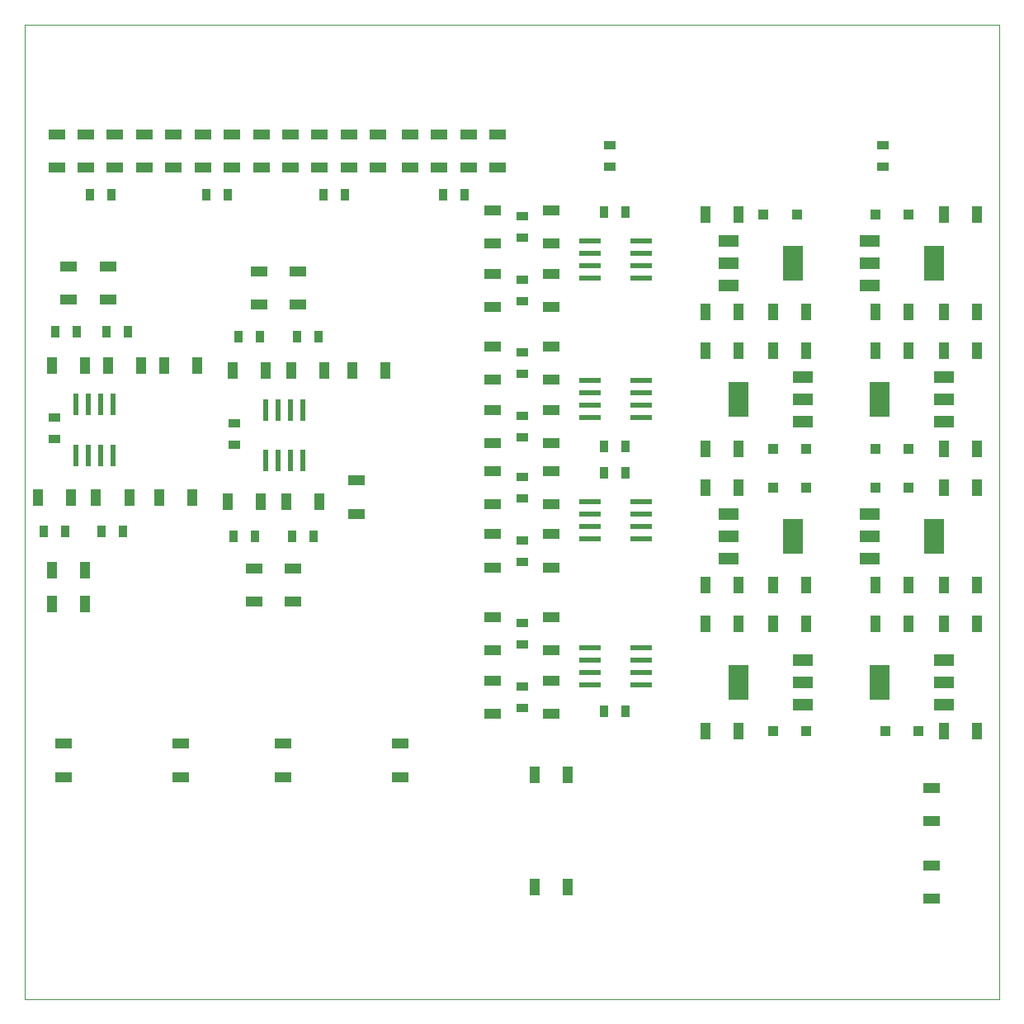
<source format=gtp>
G04 #@! TF.FileFunction,Paste,Top*
%FSLAX46Y46*%
G04 Gerber Fmt 4.6, Leading zero omitted, Abs format (unit mm)*
G04 Created by KiCad (PCBNEW 4.0.5) date 03/22/17 12:09:14*
%MOMM*%
%LPD*%
G01*
G04 APERTURE LIST*
%ADD10C,0.150000*%
%ADD11C,0.100000*%
%ADD12R,2.000000X3.600000*%
%ADD13R,2.000000X1.200000*%
%ADD14R,2.200000X0.600000*%
%ADD15R,0.600000X2.200000*%
%ADD16R,1.100000X1.700000*%
%ADD17R,1.700000X1.100000*%
%ADD18R,1.000000X1.000000*%
%ADD19R,1.300000X0.900000*%
%ADD20R,0.900000X1.300000*%
G04 APERTURE END LIST*
D10*
D11*
X0Y100000000D02*
X100000000Y100000000D01*
X15000000Y0D02*
X0Y0D01*
X100000000Y0D02*
X15000000Y0D01*
X100000000Y100000000D02*
X100000000Y0D01*
X0Y0D02*
X0Y100000000D01*
D12*
X73198000Y32500000D03*
D13*
X79802000Y32500000D03*
X79802000Y34786000D03*
X79802000Y30214000D03*
D12*
X73198000Y61500000D03*
D13*
X79802000Y61500000D03*
X79802000Y63786000D03*
X79802000Y59214000D03*
D12*
X87698000Y32500000D03*
D13*
X94302000Y32500000D03*
X94302000Y34786000D03*
X94302000Y30214000D03*
D12*
X87698000Y61500000D03*
D13*
X94302000Y61500000D03*
X94302000Y63786000D03*
X94302000Y59214000D03*
D12*
X93302000Y47500000D03*
D13*
X86698000Y47500000D03*
X86698000Y45214000D03*
X86698000Y49786000D03*
D12*
X93302000Y75500000D03*
D13*
X86698000Y75500000D03*
X86698000Y73214000D03*
X86698000Y77786000D03*
D12*
X78802000Y47500000D03*
D13*
X72198000Y47500000D03*
X72198000Y45214000D03*
X72198000Y49786000D03*
D12*
X78802000Y75500000D03*
D13*
X72198000Y75500000D03*
X72198000Y73214000D03*
X72198000Y77786000D03*
D14*
X58000000Y36040000D03*
X58000000Y34770000D03*
X58000000Y33500000D03*
X58000000Y32230000D03*
X63200000Y32230000D03*
X63200000Y33500000D03*
X63200000Y34770000D03*
X63200000Y36040000D03*
X58000000Y63520000D03*
X58000000Y62250000D03*
X58000000Y60980000D03*
X58000000Y59710000D03*
X63200000Y59710000D03*
X63200000Y60980000D03*
X63200000Y62250000D03*
X63200000Y63520000D03*
X58000000Y51040000D03*
X58000000Y49770000D03*
X58000000Y48500000D03*
X58000000Y47230000D03*
X63200000Y47230000D03*
X63200000Y48500000D03*
X63200000Y49770000D03*
X63200000Y51040000D03*
X58000000Y77790000D03*
X58000000Y76520000D03*
X58000000Y75250000D03*
X58000000Y73980000D03*
X63200000Y73980000D03*
X63200000Y75250000D03*
X63200000Y76520000D03*
X63200000Y77790000D03*
D15*
X9040000Y61000000D03*
X7770000Y61000000D03*
X6500000Y61000000D03*
X5230000Y61000000D03*
X5230000Y55800000D03*
X6500000Y55800000D03*
X7770000Y55800000D03*
X9040000Y55800000D03*
X28540000Y60450000D03*
X27270000Y60450000D03*
X26000000Y60450000D03*
X24730000Y60450000D03*
X24730000Y55250000D03*
X26000000Y55250000D03*
X27270000Y55250000D03*
X28540000Y55250000D03*
D16*
X73200000Y27500000D03*
X69800000Y27500000D03*
X73200000Y56500000D03*
X69800000Y56500000D03*
D17*
X48000000Y35800000D03*
X48000000Y39200000D03*
X48000000Y63550000D03*
X48000000Y66950000D03*
D16*
X52300000Y11500000D03*
X55700000Y11500000D03*
X69800000Y42500000D03*
X73200000Y42500000D03*
X69800000Y38500000D03*
X73200000Y38500000D03*
D17*
X93000000Y13700000D03*
X93000000Y10300000D03*
D16*
X69800000Y70500000D03*
X73200000Y70500000D03*
X69800000Y66500000D03*
X73200000Y66500000D03*
D17*
X54000000Y32700000D03*
X54000000Y29300000D03*
X54000000Y60450000D03*
X54000000Y57050000D03*
X54000000Y39200000D03*
X54000000Y35800000D03*
X54000000Y66950000D03*
X54000000Y63550000D03*
X48000000Y32700000D03*
X48000000Y29300000D03*
X48000000Y60450000D03*
X48000000Y57050000D03*
D16*
X80200000Y38500000D03*
X76800000Y38500000D03*
X80200000Y42500000D03*
X76800000Y42500000D03*
X80200000Y66500000D03*
X76800000Y66500000D03*
X80200000Y70500000D03*
X76800000Y70500000D03*
X97700000Y27500000D03*
X94300000Y27500000D03*
X97700000Y56500000D03*
X94300000Y56500000D03*
X94300000Y52500000D03*
X97700000Y52500000D03*
X94300000Y80500000D03*
X97700000Y80500000D03*
D17*
X48000000Y50800000D03*
X48000000Y54200000D03*
X48000000Y77550000D03*
X48000000Y80950000D03*
D16*
X52300000Y23000000D03*
X55700000Y23000000D03*
X97700000Y38500000D03*
X94300000Y38500000D03*
X97700000Y42500000D03*
X94300000Y42500000D03*
D17*
X93000000Y21700000D03*
X93000000Y18300000D03*
D16*
X97700000Y66500000D03*
X94300000Y66500000D03*
X97700000Y70500000D03*
X94300000Y70500000D03*
D17*
X54000000Y47700000D03*
X54000000Y44300000D03*
X54000000Y74450000D03*
X54000000Y71050000D03*
X54000000Y54200000D03*
X54000000Y50800000D03*
X54000000Y80950000D03*
X54000000Y77550000D03*
X48000000Y47700000D03*
X48000000Y44300000D03*
X48000000Y74450000D03*
X48000000Y71050000D03*
D16*
X87300000Y42500000D03*
X90700000Y42500000D03*
X87300000Y38500000D03*
X90700000Y38500000D03*
X87295262Y70500000D03*
X90695262Y70500000D03*
X87295262Y66500000D03*
X90695262Y66500000D03*
X69800000Y52500000D03*
X73200000Y52500000D03*
X69800000Y80500000D03*
X73200000Y80500000D03*
D17*
X16000000Y22800000D03*
X16000000Y26200000D03*
D16*
X10700000Y51500000D03*
X7300000Y51500000D03*
X6200000Y40500000D03*
X2800000Y40500000D03*
D17*
X9250000Y85300000D03*
X9250000Y88700000D03*
X12250000Y88700000D03*
X12250000Y85300000D03*
D16*
X17200000Y51500000D03*
X13800000Y51500000D03*
X4700000Y51500000D03*
X1300000Y51500000D03*
D17*
X3250000Y88700000D03*
X3250000Y85300000D03*
X4000000Y22800000D03*
X4000000Y26200000D03*
D16*
X6200000Y44000000D03*
X2800000Y44000000D03*
D17*
X6250000Y85300000D03*
X6250000Y88700000D03*
D16*
X11950000Y65000000D03*
X8550000Y65000000D03*
D17*
X8500000Y71800000D03*
X8500000Y75200000D03*
X18250000Y85300000D03*
X18250000Y88700000D03*
X15250000Y88700000D03*
X15250000Y85300000D03*
D16*
X17700000Y65000000D03*
X14300000Y65000000D03*
X6200000Y65000000D03*
X2800000Y65000000D03*
D17*
X24250000Y88700000D03*
X24250000Y85300000D03*
X38500000Y22800000D03*
X38500000Y26200000D03*
X4500000Y71800000D03*
X4500000Y75200000D03*
X21250000Y85300000D03*
X21250000Y88700000D03*
D16*
X30200000Y51000000D03*
X26800000Y51000000D03*
D17*
X27500000Y44200000D03*
X27500000Y40800000D03*
X30250000Y85300000D03*
X30250000Y88700000D03*
D18*
X76800000Y27500000D03*
X80200000Y27500000D03*
X76800000Y56500000D03*
X80200000Y56500000D03*
X88300000Y27500000D03*
X91700000Y27500000D03*
X87300000Y56500000D03*
X90700000Y56500000D03*
X90700000Y52500000D03*
X87300000Y52500000D03*
X90700000Y80500000D03*
X87300000Y80500000D03*
X80200000Y52500000D03*
X76800000Y52500000D03*
D19*
X51000000Y32100000D03*
X51000000Y29900000D03*
X51000000Y59850000D03*
X51000000Y57650000D03*
X51000000Y36400000D03*
X51000000Y38600000D03*
X51000000Y64150000D03*
X51000000Y66350000D03*
D20*
X59400000Y29500000D03*
X61600000Y29500000D03*
D19*
X51000000Y47100000D03*
X51000000Y44900000D03*
X51000000Y73850000D03*
X51000000Y71650000D03*
X51000000Y78150000D03*
X51000000Y80350000D03*
D20*
X59400000Y54000000D03*
X61600000Y54000000D03*
D19*
X3000000Y59700000D03*
X3000000Y57500000D03*
D20*
X10100000Y48000000D03*
X7900000Y48000000D03*
X4100000Y48000000D03*
X1900000Y48000000D03*
X10600000Y68500000D03*
X8400000Y68500000D03*
X5350000Y68500000D03*
X3150000Y68500000D03*
X29600000Y47500000D03*
X27400000Y47500000D03*
X23600000Y47500000D03*
X21400000Y47500000D03*
X30100000Y68000000D03*
X27900000Y68000000D03*
X24100000Y68000000D03*
X21900000Y68000000D03*
D19*
X60000000Y85400000D03*
X60000000Y87600000D03*
D20*
X59400000Y80750000D03*
X61600000Y80750000D03*
D19*
X88000000Y85400000D03*
X88000000Y87600000D03*
D20*
X6650000Y82500000D03*
X8850000Y82500000D03*
X20850000Y82500000D03*
X18650000Y82500000D03*
D18*
X79200000Y80500000D03*
X75800000Y80500000D03*
D17*
X27250000Y88700000D03*
X27250000Y85300000D03*
X34000000Y49800000D03*
X34000000Y53200000D03*
D16*
X24200000Y51000000D03*
X20800000Y51000000D03*
D17*
X36250000Y88700000D03*
X36250000Y85300000D03*
D16*
X24700000Y64500000D03*
X21300000Y64500000D03*
D19*
X21500000Y59100000D03*
X21500000Y56900000D03*
D20*
X42900000Y82500000D03*
X45100000Y82500000D03*
X32850000Y82500000D03*
X30650000Y82500000D03*
X59400000Y56750000D03*
X61600000Y56750000D03*
D19*
X51000000Y51400000D03*
X51000000Y53600000D03*
D17*
X26500000Y22800000D03*
X26500000Y26200000D03*
X33250000Y85300000D03*
X33250000Y88700000D03*
D16*
X30700000Y64500000D03*
X27300000Y64500000D03*
D17*
X23500000Y44200000D03*
X23500000Y40800000D03*
X45500000Y85300000D03*
X45500000Y88700000D03*
D16*
X37000000Y64500000D03*
X33600000Y64500000D03*
D17*
X28000000Y71300000D03*
X28000000Y74700000D03*
X48500000Y88700000D03*
X48500000Y85300000D03*
X39500000Y88700000D03*
X39500000Y85300000D03*
X24000000Y71300000D03*
X24000000Y74700000D03*
X42500000Y85300000D03*
X42500000Y88700000D03*
M02*

</source>
